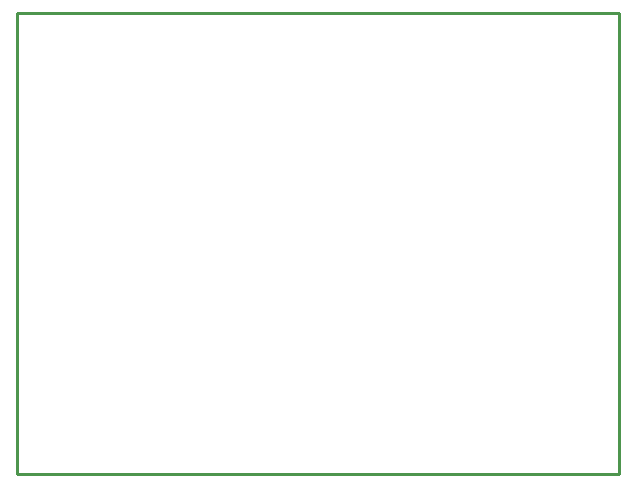
<source format=gko>
G04 Layer: BoardOutline*
G04 EasyEDA v6.4.20.6, 2021-08-25T14:01:31+02:00*
G04 e866269f8e5e4e6dbd67b5624e2cb2fc,10*
G04 Gerber Generator version 0.2*
G04 Scale: 100 percent, Rotated: No, Reflected: No *
G04 Dimensions in millimeters *
G04 leading zeros omitted , absolute positions ,4 integer and 5 decimal *
%FSLAX45Y45*%
%MOMM*%

%ADD10C,0.2540*%
D10*
X0Y-3899999D02*
G01*
X-5099997Y-3899999D01*
X0Y0D02*
G01*
X-5099997Y0D01*
X0Y0D02*
G01*
X0Y-3899999D01*
X-5099997Y0D02*
G01*
X-5099997Y-3899999D01*

%LPD*%
M02*

</source>
